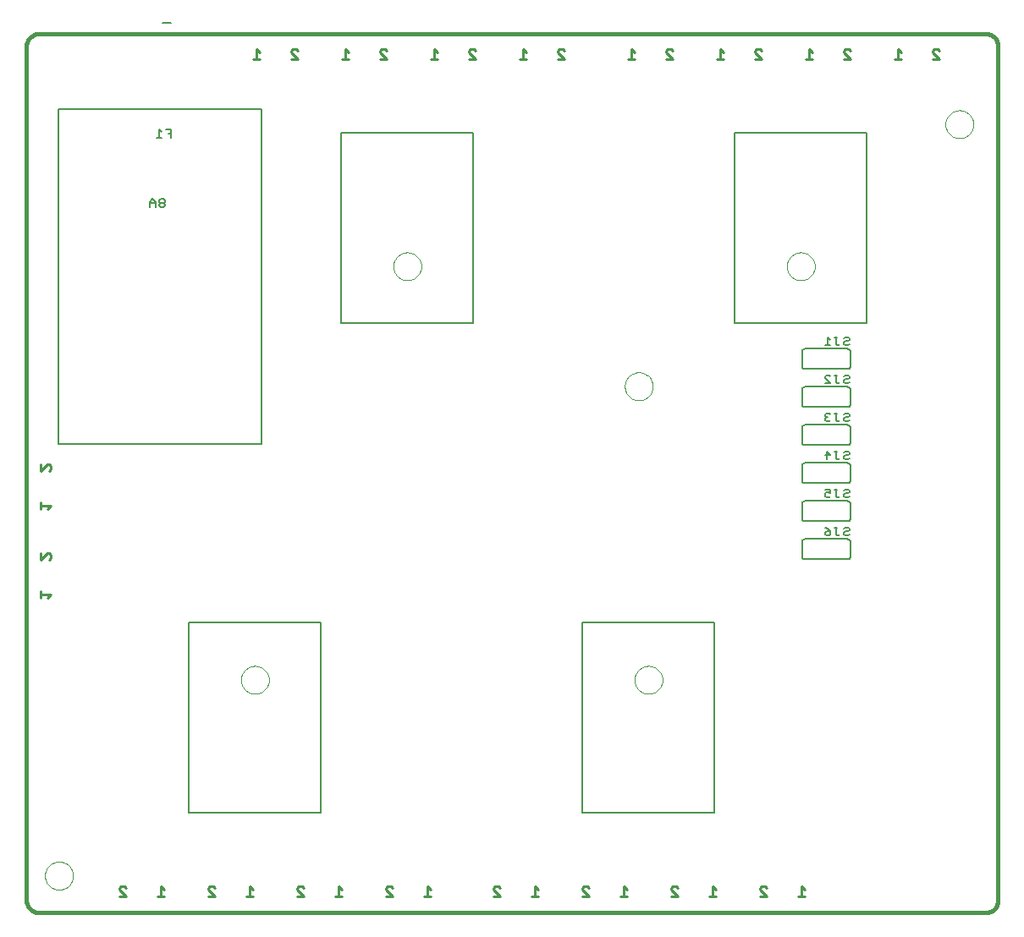
<source format=gbo>
G75*
%MOIN*%
%OFA0B0*%
%FSLAX24Y24*%
%IPPOS*%
%LPD*%
%AMOC8*
5,1,8,0,0,1.08239X$1,22.5*
%
%ADD10C,0.0160*%
%ADD11C,0.0000*%
%ADD12C,0.0100*%
%ADD13C,0.0050*%
%ADD14C,0.0060*%
%ADD15C,0.0080*%
D10*
X008367Y005257D02*
X008367Y038903D01*
X008369Y038947D01*
X008375Y038990D01*
X008384Y039032D01*
X008397Y039074D01*
X008414Y039114D01*
X008434Y039153D01*
X008457Y039190D01*
X008484Y039224D01*
X008513Y039257D01*
X008546Y039286D01*
X008580Y039313D01*
X008617Y039336D01*
X008656Y039356D01*
X008696Y039373D01*
X008738Y039386D01*
X008780Y039395D01*
X008823Y039401D01*
X008867Y039403D01*
X046135Y039403D01*
X046179Y039401D01*
X046222Y039395D01*
X046264Y039386D01*
X046306Y039373D01*
X046346Y039356D01*
X046385Y039336D01*
X046422Y039313D01*
X046456Y039286D01*
X046489Y039257D01*
X046518Y039224D01*
X046545Y039190D01*
X046568Y039153D01*
X046588Y039114D01*
X046605Y039074D01*
X046618Y039032D01*
X046627Y038990D01*
X046633Y038947D01*
X046635Y038903D01*
X046635Y005257D01*
X046633Y005213D01*
X046627Y005170D01*
X046618Y005128D01*
X046605Y005086D01*
X046588Y005046D01*
X046568Y005007D01*
X046545Y004970D01*
X046518Y004936D01*
X046489Y004903D01*
X046456Y004874D01*
X046422Y004847D01*
X046385Y004824D01*
X046346Y004804D01*
X046306Y004787D01*
X046264Y004774D01*
X046222Y004765D01*
X046179Y004759D01*
X046135Y004757D01*
X008867Y004757D01*
X008823Y004759D01*
X008780Y004765D01*
X008738Y004774D01*
X008696Y004787D01*
X008656Y004804D01*
X008617Y004824D01*
X008580Y004847D01*
X008546Y004874D01*
X008513Y004903D01*
X008484Y004936D01*
X008457Y004970D01*
X008434Y005007D01*
X008414Y005046D01*
X008397Y005086D01*
X008384Y005128D01*
X008375Y005170D01*
X008369Y005213D01*
X008367Y005257D01*
D11*
X009101Y006212D02*
X009103Y006259D01*
X009109Y006305D01*
X009119Y006351D01*
X009132Y006396D01*
X009150Y006439D01*
X009171Y006481D01*
X009195Y006521D01*
X009223Y006558D01*
X009254Y006593D01*
X009288Y006626D01*
X009324Y006655D01*
X009363Y006681D01*
X009404Y006704D01*
X009447Y006723D01*
X009491Y006739D01*
X009536Y006751D01*
X009582Y006759D01*
X009629Y006763D01*
X009675Y006763D01*
X009722Y006759D01*
X009768Y006751D01*
X009813Y006739D01*
X009857Y006723D01*
X009900Y006704D01*
X009941Y006681D01*
X009980Y006655D01*
X010016Y006626D01*
X010050Y006593D01*
X010081Y006558D01*
X010109Y006521D01*
X010133Y006481D01*
X010154Y006439D01*
X010172Y006396D01*
X010185Y006351D01*
X010195Y006305D01*
X010201Y006259D01*
X010203Y006212D01*
X010201Y006165D01*
X010195Y006119D01*
X010185Y006073D01*
X010172Y006028D01*
X010154Y005985D01*
X010133Y005943D01*
X010109Y005903D01*
X010081Y005866D01*
X010050Y005831D01*
X010016Y005798D01*
X009980Y005769D01*
X009941Y005743D01*
X009900Y005720D01*
X009857Y005701D01*
X009813Y005685D01*
X009768Y005673D01*
X009722Y005665D01*
X009675Y005661D01*
X009629Y005661D01*
X009582Y005665D01*
X009536Y005673D01*
X009491Y005685D01*
X009447Y005701D01*
X009404Y005720D01*
X009363Y005743D01*
X009324Y005769D01*
X009288Y005798D01*
X009254Y005831D01*
X009223Y005866D01*
X009195Y005903D01*
X009171Y005943D01*
X009150Y005985D01*
X009132Y006028D01*
X009119Y006073D01*
X009109Y006119D01*
X009103Y006165D01*
X009101Y006212D01*
X016816Y013932D02*
X016818Y013979D01*
X016824Y014025D01*
X016834Y014071D01*
X016847Y014116D01*
X016865Y014159D01*
X016886Y014201D01*
X016910Y014241D01*
X016938Y014278D01*
X016969Y014313D01*
X017003Y014346D01*
X017039Y014375D01*
X017078Y014401D01*
X017119Y014424D01*
X017162Y014443D01*
X017206Y014459D01*
X017251Y014471D01*
X017297Y014479D01*
X017344Y014483D01*
X017390Y014483D01*
X017437Y014479D01*
X017483Y014471D01*
X017528Y014459D01*
X017572Y014443D01*
X017615Y014424D01*
X017656Y014401D01*
X017695Y014375D01*
X017731Y014346D01*
X017765Y014313D01*
X017796Y014278D01*
X017824Y014241D01*
X017848Y014201D01*
X017869Y014159D01*
X017887Y014116D01*
X017900Y014071D01*
X017910Y014025D01*
X017916Y013979D01*
X017918Y013932D01*
X017916Y013885D01*
X017910Y013839D01*
X017900Y013793D01*
X017887Y013748D01*
X017869Y013705D01*
X017848Y013663D01*
X017824Y013623D01*
X017796Y013586D01*
X017765Y013551D01*
X017731Y013518D01*
X017695Y013489D01*
X017656Y013463D01*
X017615Y013440D01*
X017572Y013421D01*
X017528Y013405D01*
X017483Y013393D01*
X017437Y013385D01*
X017390Y013381D01*
X017344Y013381D01*
X017297Y013385D01*
X017251Y013393D01*
X017206Y013405D01*
X017162Y013421D01*
X017119Y013440D01*
X017078Y013463D01*
X017039Y013489D01*
X017003Y013518D01*
X016969Y013551D01*
X016938Y013586D01*
X016910Y013623D01*
X016886Y013663D01*
X016865Y013705D01*
X016847Y013748D01*
X016834Y013793D01*
X016824Y013839D01*
X016818Y013885D01*
X016816Y013932D01*
X031936Y025502D02*
X031938Y025549D01*
X031944Y025595D01*
X031954Y025641D01*
X031967Y025686D01*
X031985Y025729D01*
X032006Y025771D01*
X032030Y025811D01*
X032058Y025848D01*
X032089Y025883D01*
X032123Y025916D01*
X032159Y025945D01*
X032198Y025971D01*
X032239Y025994D01*
X032282Y026013D01*
X032326Y026029D01*
X032371Y026041D01*
X032417Y026049D01*
X032464Y026053D01*
X032510Y026053D01*
X032557Y026049D01*
X032603Y026041D01*
X032648Y026029D01*
X032692Y026013D01*
X032735Y025994D01*
X032776Y025971D01*
X032815Y025945D01*
X032851Y025916D01*
X032885Y025883D01*
X032916Y025848D01*
X032944Y025811D01*
X032968Y025771D01*
X032989Y025729D01*
X033007Y025686D01*
X033020Y025641D01*
X033030Y025595D01*
X033036Y025549D01*
X033038Y025502D01*
X033036Y025455D01*
X033030Y025409D01*
X033020Y025363D01*
X033007Y025318D01*
X032989Y025275D01*
X032968Y025233D01*
X032944Y025193D01*
X032916Y025156D01*
X032885Y025121D01*
X032851Y025088D01*
X032815Y025059D01*
X032776Y025033D01*
X032735Y025010D01*
X032692Y024991D01*
X032648Y024975D01*
X032603Y024963D01*
X032557Y024955D01*
X032510Y024951D01*
X032464Y024951D01*
X032417Y024955D01*
X032371Y024963D01*
X032326Y024975D01*
X032282Y024991D01*
X032239Y025010D01*
X032198Y025033D01*
X032159Y025059D01*
X032123Y025088D01*
X032089Y025121D01*
X032058Y025156D01*
X032030Y025193D01*
X032006Y025233D01*
X031985Y025275D01*
X031967Y025318D01*
X031954Y025363D01*
X031944Y025409D01*
X031938Y025455D01*
X031936Y025502D01*
X038316Y030232D02*
X038318Y030279D01*
X038324Y030325D01*
X038334Y030371D01*
X038347Y030416D01*
X038365Y030459D01*
X038386Y030501D01*
X038410Y030541D01*
X038438Y030578D01*
X038469Y030613D01*
X038503Y030646D01*
X038539Y030675D01*
X038578Y030701D01*
X038619Y030724D01*
X038662Y030743D01*
X038706Y030759D01*
X038751Y030771D01*
X038797Y030779D01*
X038844Y030783D01*
X038890Y030783D01*
X038937Y030779D01*
X038983Y030771D01*
X039028Y030759D01*
X039072Y030743D01*
X039115Y030724D01*
X039156Y030701D01*
X039195Y030675D01*
X039231Y030646D01*
X039265Y030613D01*
X039296Y030578D01*
X039324Y030541D01*
X039348Y030501D01*
X039369Y030459D01*
X039387Y030416D01*
X039400Y030371D01*
X039410Y030325D01*
X039416Y030279D01*
X039418Y030232D01*
X039416Y030185D01*
X039410Y030139D01*
X039400Y030093D01*
X039387Y030048D01*
X039369Y030005D01*
X039348Y029963D01*
X039324Y029923D01*
X039296Y029886D01*
X039265Y029851D01*
X039231Y029818D01*
X039195Y029789D01*
X039156Y029763D01*
X039115Y029740D01*
X039072Y029721D01*
X039028Y029705D01*
X038983Y029693D01*
X038937Y029685D01*
X038890Y029681D01*
X038844Y029681D01*
X038797Y029685D01*
X038751Y029693D01*
X038706Y029705D01*
X038662Y029721D01*
X038619Y029740D01*
X038578Y029763D01*
X038539Y029789D01*
X038503Y029818D01*
X038469Y029851D01*
X038438Y029886D01*
X038410Y029923D01*
X038386Y029963D01*
X038365Y030005D01*
X038347Y030048D01*
X038334Y030093D01*
X038324Y030139D01*
X038318Y030185D01*
X038316Y030232D01*
X044566Y035832D02*
X044568Y035879D01*
X044574Y035925D01*
X044584Y035971D01*
X044597Y036016D01*
X044615Y036059D01*
X044636Y036101D01*
X044660Y036141D01*
X044688Y036178D01*
X044719Y036213D01*
X044753Y036246D01*
X044789Y036275D01*
X044828Y036301D01*
X044869Y036324D01*
X044912Y036343D01*
X044956Y036359D01*
X045001Y036371D01*
X045047Y036379D01*
X045094Y036383D01*
X045140Y036383D01*
X045187Y036379D01*
X045233Y036371D01*
X045278Y036359D01*
X045322Y036343D01*
X045365Y036324D01*
X045406Y036301D01*
X045445Y036275D01*
X045481Y036246D01*
X045515Y036213D01*
X045546Y036178D01*
X045574Y036141D01*
X045598Y036101D01*
X045619Y036059D01*
X045637Y036016D01*
X045650Y035971D01*
X045660Y035925D01*
X045666Y035879D01*
X045668Y035832D01*
X045666Y035785D01*
X045660Y035739D01*
X045650Y035693D01*
X045637Y035648D01*
X045619Y035605D01*
X045598Y035563D01*
X045574Y035523D01*
X045546Y035486D01*
X045515Y035451D01*
X045481Y035418D01*
X045445Y035389D01*
X045406Y035363D01*
X045365Y035340D01*
X045322Y035321D01*
X045278Y035305D01*
X045233Y035293D01*
X045187Y035285D01*
X045140Y035281D01*
X045094Y035281D01*
X045047Y035285D01*
X045001Y035293D01*
X044956Y035305D01*
X044912Y035321D01*
X044869Y035340D01*
X044828Y035363D01*
X044789Y035389D01*
X044753Y035418D01*
X044719Y035451D01*
X044688Y035486D01*
X044660Y035523D01*
X044636Y035563D01*
X044615Y035605D01*
X044597Y035648D01*
X044584Y035693D01*
X044574Y035739D01*
X044568Y035785D01*
X044566Y035832D01*
X022816Y030232D02*
X022818Y030279D01*
X022824Y030325D01*
X022834Y030371D01*
X022847Y030416D01*
X022865Y030459D01*
X022886Y030501D01*
X022910Y030541D01*
X022938Y030578D01*
X022969Y030613D01*
X023003Y030646D01*
X023039Y030675D01*
X023078Y030701D01*
X023119Y030724D01*
X023162Y030743D01*
X023206Y030759D01*
X023251Y030771D01*
X023297Y030779D01*
X023344Y030783D01*
X023390Y030783D01*
X023437Y030779D01*
X023483Y030771D01*
X023528Y030759D01*
X023572Y030743D01*
X023615Y030724D01*
X023656Y030701D01*
X023695Y030675D01*
X023731Y030646D01*
X023765Y030613D01*
X023796Y030578D01*
X023824Y030541D01*
X023848Y030501D01*
X023869Y030459D01*
X023887Y030416D01*
X023900Y030371D01*
X023910Y030325D01*
X023916Y030279D01*
X023918Y030232D01*
X023916Y030185D01*
X023910Y030139D01*
X023900Y030093D01*
X023887Y030048D01*
X023869Y030005D01*
X023848Y029963D01*
X023824Y029923D01*
X023796Y029886D01*
X023765Y029851D01*
X023731Y029818D01*
X023695Y029789D01*
X023656Y029763D01*
X023615Y029740D01*
X023572Y029721D01*
X023528Y029705D01*
X023483Y029693D01*
X023437Y029685D01*
X023390Y029681D01*
X023344Y029681D01*
X023297Y029685D01*
X023251Y029693D01*
X023206Y029705D01*
X023162Y029721D01*
X023119Y029740D01*
X023078Y029763D01*
X023039Y029789D01*
X023003Y029818D01*
X022969Y029851D01*
X022938Y029886D01*
X022910Y029923D01*
X022886Y029963D01*
X022865Y030005D01*
X022847Y030048D01*
X022834Y030093D01*
X022824Y030139D01*
X022818Y030185D01*
X022816Y030232D01*
X032316Y013932D02*
X032318Y013979D01*
X032324Y014025D01*
X032334Y014071D01*
X032347Y014116D01*
X032365Y014159D01*
X032386Y014201D01*
X032410Y014241D01*
X032438Y014278D01*
X032469Y014313D01*
X032503Y014346D01*
X032539Y014375D01*
X032578Y014401D01*
X032619Y014424D01*
X032662Y014443D01*
X032706Y014459D01*
X032751Y014471D01*
X032797Y014479D01*
X032844Y014483D01*
X032890Y014483D01*
X032937Y014479D01*
X032983Y014471D01*
X033028Y014459D01*
X033072Y014443D01*
X033115Y014424D01*
X033156Y014401D01*
X033195Y014375D01*
X033231Y014346D01*
X033265Y014313D01*
X033296Y014278D01*
X033324Y014241D01*
X033348Y014201D01*
X033369Y014159D01*
X033387Y014116D01*
X033400Y014071D01*
X033410Y014025D01*
X033416Y013979D01*
X033418Y013932D01*
X033416Y013885D01*
X033410Y013839D01*
X033400Y013793D01*
X033387Y013748D01*
X033369Y013705D01*
X033348Y013663D01*
X033324Y013623D01*
X033296Y013586D01*
X033265Y013551D01*
X033231Y013518D01*
X033195Y013489D01*
X033156Y013463D01*
X033115Y013440D01*
X033072Y013421D01*
X033028Y013405D01*
X032983Y013393D01*
X032937Y013385D01*
X032890Y013381D01*
X032844Y013381D01*
X032797Y013385D01*
X032751Y013393D01*
X032706Y013405D01*
X032662Y013421D01*
X032619Y013440D01*
X032578Y013463D01*
X032539Y013489D01*
X032503Y013518D01*
X032469Y013551D01*
X032438Y013586D01*
X032410Y013623D01*
X032386Y013663D01*
X032365Y013705D01*
X032347Y013748D01*
X032334Y013793D01*
X032324Y013839D01*
X032318Y013885D01*
X032316Y013932D01*
D12*
X031894Y005782D02*
X031894Y005382D01*
X032027Y005382D02*
X031760Y005382D01*
X032027Y005649D02*
X031894Y005782D01*
X030527Y005715D02*
X030461Y005782D01*
X030327Y005782D01*
X030260Y005715D01*
X030260Y005649D01*
X030527Y005382D01*
X030260Y005382D01*
X028527Y005382D02*
X028260Y005382D01*
X028394Y005382D02*
X028394Y005782D01*
X028527Y005649D01*
X027027Y005715D02*
X026961Y005782D01*
X026827Y005782D01*
X026760Y005715D01*
X026760Y005649D01*
X027027Y005382D01*
X026760Y005382D01*
X024277Y005382D02*
X024010Y005382D01*
X024144Y005382D02*
X024144Y005782D01*
X024277Y005649D01*
X022777Y005715D02*
X022711Y005782D01*
X022577Y005782D01*
X022510Y005715D01*
X022510Y005649D01*
X022777Y005382D01*
X022510Y005382D01*
X020777Y005382D02*
X020510Y005382D01*
X020644Y005382D02*
X020644Y005782D01*
X020777Y005649D01*
X019277Y005715D02*
X019211Y005782D01*
X019077Y005782D01*
X019010Y005715D01*
X019010Y005649D01*
X019277Y005382D01*
X019010Y005382D01*
X017277Y005382D02*
X017010Y005382D01*
X017144Y005382D02*
X017144Y005782D01*
X017277Y005649D01*
X015777Y005715D02*
X015711Y005782D01*
X015577Y005782D01*
X015510Y005715D01*
X015510Y005649D01*
X015777Y005382D01*
X015510Y005382D01*
X013777Y005382D02*
X013510Y005382D01*
X013644Y005382D02*
X013644Y005782D01*
X013777Y005649D01*
X012277Y005715D02*
X012211Y005782D01*
X012077Y005782D01*
X012010Y005715D01*
X012010Y005649D01*
X012277Y005382D01*
X012010Y005382D01*
X009184Y017171D02*
X009317Y017305D01*
X008917Y017305D01*
X008917Y017438D02*
X008917Y017171D01*
X008917Y018671D02*
X009184Y018938D01*
X009251Y018938D01*
X009317Y018871D01*
X009317Y018738D01*
X009251Y018671D01*
X008917Y018671D02*
X008917Y018938D01*
X008917Y020671D02*
X008917Y020938D01*
X008917Y020805D02*
X009317Y020805D01*
X009184Y020671D01*
X009251Y022171D02*
X009317Y022238D01*
X009317Y022371D01*
X009251Y022438D01*
X009184Y022438D01*
X008917Y022171D01*
X008917Y022438D01*
X017300Y038382D02*
X017567Y038382D01*
X017433Y038382D02*
X017433Y038782D01*
X017567Y038649D01*
X018800Y038649D02*
X018800Y038715D01*
X018867Y038782D01*
X019000Y038782D01*
X019067Y038715D01*
X018800Y038649D02*
X019067Y038382D01*
X018800Y038382D01*
X020800Y038382D02*
X021067Y038382D01*
X020933Y038382D02*
X020933Y038782D01*
X021067Y038649D01*
X022300Y038649D02*
X022300Y038715D01*
X022367Y038782D01*
X022500Y038782D01*
X022567Y038715D01*
X022300Y038649D02*
X022567Y038382D01*
X022300Y038382D01*
X024300Y038382D02*
X024567Y038382D01*
X024433Y038382D02*
X024433Y038782D01*
X024567Y038649D01*
X025800Y038649D02*
X026067Y038382D01*
X025800Y038382D01*
X025800Y038649D02*
X025800Y038715D01*
X025867Y038782D01*
X026000Y038782D01*
X026067Y038715D01*
X027800Y038382D02*
X028067Y038382D01*
X027933Y038382D02*
X027933Y038782D01*
X028067Y038649D01*
X029300Y038649D02*
X029567Y038382D01*
X029300Y038382D01*
X029300Y038649D02*
X029300Y038715D01*
X029367Y038782D01*
X029500Y038782D01*
X029567Y038715D01*
X032050Y038382D02*
X032317Y038382D01*
X032183Y038382D02*
X032183Y038782D01*
X032317Y038649D01*
X033550Y038649D02*
X033817Y038382D01*
X033550Y038382D01*
X033550Y038649D02*
X033550Y038715D01*
X033617Y038782D01*
X033750Y038782D01*
X033817Y038715D01*
X035550Y038382D02*
X035817Y038382D01*
X035683Y038382D02*
X035683Y038782D01*
X035817Y038649D01*
X037050Y038649D02*
X037317Y038382D01*
X037050Y038382D01*
X037050Y038649D02*
X037050Y038715D01*
X037117Y038782D01*
X037250Y038782D01*
X037317Y038715D01*
X039050Y038382D02*
X039317Y038382D01*
X039183Y038382D02*
X039183Y038782D01*
X039317Y038649D01*
X040550Y038649D02*
X040550Y038715D01*
X040617Y038782D01*
X040750Y038782D01*
X040817Y038715D01*
X040550Y038649D02*
X040817Y038382D01*
X040550Y038382D01*
X042550Y038382D02*
X042817Y038382D01*
X042683Y038382D02*
X042683Y038782D01*
X042817Y038649D01*
X044050Y038649D02*
X044050Y038715D01*
X044117Y038782D01*
X044250Y038782D01*
X044317Y038715D01*
X044050Y038649D02*
X044317Y038382D01*
X044050Y038382D01*
X038894Y005782D02*
X038894Y005382D01*
X039027Y005382D02*
X038760Y005382D01*
X039027Y005649D02*
X038894Y005782D01*
X037527Y005715D02*
X037461Y005782D01*
X037327Y005782D01*
X037260Y005715D01*
X037260Y005649D01*
X037527Y005382D01*
X037260Y005382D01*
X035527Y005382D02*
X035260Y005382D01*
X035394Y005382D02*
X035394Y005782D01*
X035527Y005649D01*
X034027Y005715D02*
X033961Y005782D01*
X033827Y005782D01*
X033760Y005715D01*
X033760Y005649D01*
X034027Y005382D01*
X033760Y005382D01*
D13*
X035467Y008682D02*
X030267Y008682D01*
X030267Y016182D01*
X035467Y016182D01*
X035467Y008682D01*
X019967Y008682D02*
X014767Y008682D01*
X014767Y016182D01*
X019967Y016182D01*
X019967Y008682D01*
X020767Y027982D02*
X025967Y027982D01*
X025967Y035482D01*
X020767Y035482D01*
X020767Y027982D01*
X014067Y039832D02*
X013717Y039832D01*
X036267Y035482D02*
X036267Y027982D01*
X041467Y027982D01*
X041467Y035482D01*
X036267Y035482D01*
D14*
X039017Y026982D02*
X040717Y026982D01*
X040734Y026980D01*
X040751Y026976D01*
X040767Y026969D01*
X040781Y026959D01*
X040794Y026946D01*
X040804Y026932D01*
X040811Y026916D01*
X040815Y026899D01*
X040817Y026882D01*
X040817Y026282D01*
X040815Y026265D01*
X040811Y026248D01*
X040804Y026232D01*
X040794Y026218D01*
X040781Y026205D01*
X040767Y026195D01*
X040751Y026188D01*
X040734Y026184D01*
X040717Y026182D01*
X039017Y026182D01*
X039000Y026184D01*
X038983Y026188D01*
X038967Y026195D01*
X038953Y026205D01*
X038940Y026218D01*
X038930Y026232D01*
X038923Y026248D01*
X038919Y026265D01*
X038917Y026282D01*
X038917Y026882D01*
X038919Y026899D01*
X038923Y026916D01*
X038930Y026932D01*
X038940Y026946D01*
X038953Y026959D01*
X038967Y026969D01*
X038983Y026976D01*
X039000Y026980D01*
X039017Y026982D01*
X039017Y025482D02*
X040717Y025482D01*
X040734Y025480D01*
X040751Y025476D01*
X040767Y025469D01*
X040781Y025459D01*
X040794Y025446D01*
X040804Y025432D01*
X040811Y025416D01*
X040815Y025399D01*
X040817Y025382D01*
X040817Y024782D01*
X040815Y024765D01*
X040811Y024748D01*
X040804Y024732D01*
X040794Y024718D01*
X040781Y024705D01*
X040767Y024695D01*
X040751Y024688D01*
X040734Y024684D01*
X040717Y024682D01*
X039017Y024682D01*
X039000Y024684D01*
X038983Y024688D01*
X038967Y024695D01*
X038953Y024705D01*
X038940Y024718D01*
X038930Y024732D01*
X038923Y024748D01*
X038919Y024765D01*
X038917Y024782D01*
X038917Y025382D01*
X038919Y025399D01*
X038923Y025416D01*
X038930Y025432D01*
X038940Y025446D01*
X038953Y025459D01*
X038967Y025469D01*
X038983Y025476D01*
X039000Y025480D01*
X039017Y025482D01*
X039017Y023982D02*
X040717Y023982D01*
X040734Y023980D01*
X040751Y023976D01*
X040767Y023969D01*
X040781Y023959D01*
X040794Y023946D01*
X040804Y023932D01*
X040811Y023916D01*
X040815Y023899D01*
X040817Y023882D01*
X040817Y023282D01*
X040815Y023265D01*
X040811Y023248D01*
X040804Y023232D01*
X040794Y023218D01*
X040781Y023205D01*
X040767Y023195D01*
X040751Y023188D01*
X040734Y023184D01*
X040717Y023182D01*
X039017Y023182D01*
X039000Y023184D01*
X038983Y023188D01*
X038967Y023195D01*
X038953Y023205D01*
X038940Y023218D01*
X038930Y023232D01*
X038923Y023248D01*
X038919Y023265D01*
X038917Y023282D01*
X038917Y023882D01*
X038919Y023899D01*
X038923Y023916D01*
X038930Y023932D01*
X038940Y023946D01*
X038953Y023959D01*
X038967Y023969D01*
X038983Y023976D01*
X039000Y023980D01*
X039017Y023982D01*
X039017Y022482D02*
X040717Y022482D01*
X040734Y022480D01*
X040751Y022476D01*
X040767Y022469D01*
X040781Y022459D01*
X040794Y022446D01*
X040804Y022432D01*
X040811Y022416D01*
X040815Y022399D01*
X040817Y022382D01*
X040817Y021782D01*
X040815Y021765D01*
X040811Y021748D01*
X040804Y021732D01*
X040794Y021718D01*
X040781Y021705D01*
X040767Y021695D01*
X040751Y021688D01*
X040734Y021684D01*
X040717Y021682D01*
X039017Y021682D01*
X039000Y021684D01*
X038983Y021688D01*
X038967Y021695D01*
X038953Y021705D01*
X038940Y021718D01*
X038930Y021732D01*
X038923Y021748D01*
X038919Y021765D01*
X038917Y021782D01*
X038917Y022382D01*
X038919Y022399D01*
X038923Y022416D01*
X038930Y022432D01*
X038940Y022446D01*
X038953Y022459D01*
X038967Y022469D01*
X038983Y022476D01*
X039000Y022480D01*
X039017Y022482D01*
X039017Y020982D02*
X040717Y020982D01*
X040734Y020980D01*
X040751Y020976D01*
X040767Y020969D01*
X040781Y020959D01*
X040794Y020946D01*
X040804Y020932D01*
X040811Y020916D01*
X040815Y020899D01*
X040817Y020882D01*
X040817Y020282D01*
X040815Y020265D01*
X040811Y020248D01*
X040804Y020232D01*
X040794Y020218D01*
X040781Y020205D01*
X040767Y020195D01*
X040751Y020188D01*
X040734Y020184D01*
X040717Y020182D01*
X039017Y020182D01*
X039000Y020184D01*
X038983Y020188D01*
X038967Y020195D01*
X038953Y020205D01*
X038940Y020218D01*
X038930Y020232D01*
X038923Y020248D01*
X038919Y020265D01*
X038917Y020282D01*
X038917Y020882D01*
X038919Y020899D01*
X038923Y020916D01*
X038930Y020932D01*
X038940Y020946D01*
X038953Y020959D01*
X038967Y020969D01*
X038983Y020976D01*
X039000Y020980D01*
X039017Y020982D01*
X039017Y019482D02*
X040717Y019482D01*
X040734Y019480D01*
X040751Y019476D01*
X040767Y019469D01*
X040781Y019459D01*
X040794Y019446D01*
X040804Y019432D01*
X040811Y019416D01*
X040815Y019399D01*
X040817Y019382D01*
X040817Y018782D01*
X040815Y018765D01*
X040811Y018748D01*
X040804Y018732D01*
X040794Y018718D01*
X040781Y018705D01*
X040767Y018695D01*
X040751Y018688D01*
X040734Y018684D01*
X040717Y018682D01*
X039017Y018682D01*
X039000Y018684D01*
X038983Y018688D01*
X038967Y018695D01*
X038953Y018705D01*
X038940Y018718D01*
X038930Y018732D01*
X038923Y018748D01*
X038919Y018765D01*
X038917Y018782D01*
X038917Y019382D01*
X038919Y019399D01*
X038923Y019416D01*
X038930Y019432D01*
X038940Y019446D01*
X038953Y019459D01*
X038967Y019469D01*
X038983Y019476D01*
X039000Y019480D01*
X039017Y019482D01*
D15*
X039827Y019675D02*
X039827Y019728D01*
X039880Y019782D01*
X040040Y019782D01*
X040040Y019675D01*
X039987Y019622D01*
X039880Y019622D01*
X039827Y019675D01*
X040040Y019782D02*
X039934Y019889D01*
X039827Y019942D01*
X040195Y019942D02*
X040302Y019942D01*
X040248Y019942D02*
X040248Y019675D01*
X040302Y019622D01*
X040355Y019622D01*
X040409Y019675D01*
X040563Y019675D02*
X040617Y019622D01*
X040724Y019622D01*
X040777Y019675D01*
X040724Y019782D02*
X040617Y019782D01*
X040563Y019728D01*
X040563Y019675D01*
X040724Y019782D02*
X040777Y019835D01*
X040777Y019889D01*
X040724Y019942D01*
X040617Y019942D01*
X040563Y019889D01*
X040617Y021122D02*
X040724Y021122D01*
X040777Y021175D01*
X040724Y021282D02*
X040617Y021282D01*
X040563Y021228D01*
X040563Y021175D01*
X040617Y021122D01*
X040724Y021282D02*
X040777Y021335D01*
X040777Y021389D01*
X040724Y021442D01*
X040617Y021442D01*
X040563Y021389D01*
X040409Y021175D02*
X040355Y021122D01*
X040302Y021122D01*
X040248Y021175D01*
X040248Y021442D01*
X040195Y021442D02*
X040302Y021442D01*
X040040Y021442D02*
X040040Y021282D01*
X039934Y021335D01*
X039880Y021335D01*
X039827Y021282D01*
X039827Y021175D01*
X039880Y021122D01*
X039987Y021122D01*
X040040Y021175D01*
X040040Y021442D02*
X039827Y021442D01*
X039880Y022622D02*
X039880Y022942D01*
X040040Y022782D01*
X039827Y022782D01*
X040195Y022942D02*
X040302Y022942D01*
X040248Y022942D02*
X040248Y022675D01*
X040302Y022622D01*
X040355Y022622D01*
X040409Y022675D01*
X040563Y022675D02*
X040617Y022622D01*
X040724Y022622D01*
X040777Y022675D01*
X040724Y022782D02*
X040617Y022782D01*
X040563Y022728D01*
X040563Y022675D01*
X040724Y022782D02*
X040777Y022835D01*
X040777Y022889D01*
X040724Y022942D01*
X040617Y022942D01*
X040563Y022889D01*
X040617Y024122D02*
X040724Y024122D01*
X040777Y024175D01*
X040724Y024282D02*
X040617Y024282D01*
X040563Y024228D01*
X040563Y024175D01*
X040617Y024122D01*
X040724Y024282D02*
X040777Y024335D01*
X040777Y024389D01*
X040724Y024442D01*
X040617Y024442D01*
X040563Y024389D01*
X040409Y024175D02*
X040355Y024122D01*
X040302Y024122D01*
X040248Y024175D01*
X040248Y024442D01*
X040195Y024442D02*
X040302Y024442D01*
X040040Y024389D02*
X039987Y024442D01*
X039880Y024442D01*
X039827Y024389D01*
X039827Y024335D01*
X039880Y024282D01*
X039827Y024228D01*
X039827Y024175D01*
X039880Y024122D01*
X039987Y024122D01*
X040040Y024175D01*
X039934Y024282D02*
X039880Y024282D01*
X039827Y025622D02*
X040040Y025622D01*
X039827Y025835D01*
X039827Y025889D01*
X039880Y025942D01*
X039987Y025942D01*
X040040Y025889D01*
X040195Y025942D02*
X040302Y025942D01*
X040248Y025942D02*
X040248Y025675D01*
X040302Y025622D01*
X040355Y025622D01*
X040409Y025675D01*
X040563Y025675D02*
X040617Y025622D01*
X040724Y025622D01*
X040777Y025675D01*
X040724Y025782D02*
X040617Y025782D01*
X040563Y025728D01*
X040563Y025675D01*
X040724Y025782D02*
X040777Y025835D01*
X040777Y025889D01*
X040724Y025942D01*
X040617Y025942D01*
X040563Y025889D01*
X040617Y027122D02*
X040724Y027122D01*
X040777Y027175D01*
X040724Y027282D02*
X040617Y027282D01*
X040563Y027228D01*
X040563Y027175D01*
X040617Y027122D01*
X040724Y027282D02*
X040777Y027335D01*
X040777Y027389D01*
X040724Y027442D01*
X040617Y027442D01*
X040563Y027389D01*
X040409Y027175D02*
X040355Y027122D01*
X040302Y027122D01*
X040248Y027175D01*
X040248Y027442D01*
X040195Y027442D02*
X040302Y027442D01*
X040040Y027335D02*
X039934Y027442D01*
X039934Y027122D01*
X040040Y027122D02*
X039827Y027122D01*
X017617Y023232D02*
X017617Y036432D01*
X009617Y036432D01*
X009617Y023232D01*
X017617Y023232D01*
X013760Y032564D02*
X013814Y032618D01*
X013814Y032671D01*
X013760Y032724D01*
X013653Y032724D01*
X013600Y032671D01*
X013600Y032618D01*
X013653Y032564D01*
X013760Y032564D01*
X013760Y032724D02*
X013814Y032778D01*
X013814Y032831D01*
X013760Y032884D01*
X013653Y032884D01*
X013600Y032831D01*
X013600Y032778D01*
X013653Y032724D01*
X013445Y032724D02*
X013232Y032724D01*
X013232Y032778D02*
X013232Y032564D01*
X013445Y032564D02*
X013445Y032778D01*
X013338Y032884D01*
X013232Y032778D01*
X013482Y035300D02*
X013695Y035300D01*
X013588Y035300D02*
X013588Y035621D01*
X013695Y035514D01*
X013850Y035621D02*
X014064Y035621D01*
X014064Y035300D01*
X014064Y035461D02*
X013957Y035461D01*
M02*

</source>
